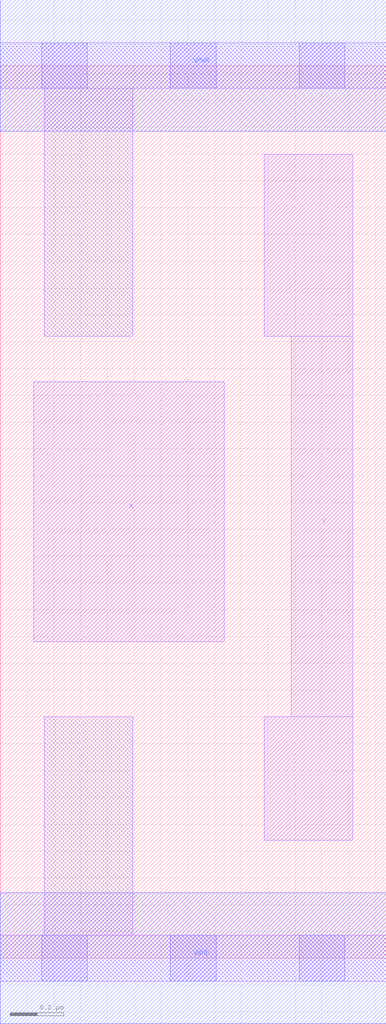
<source format=lef>
# Copyright 2020 The SkyWater PDK Authors
#
# Licensed under the Apache License, Version 2.0 (the "License");
# you may not use this file except in compliance with the License.
# You may obtain a copy of the License at
#
#     https://www.apache.org/licenses/LICENSE-2.0
#
# Unless required by applicable law or agreed to in writing, software
# distributed under the License is distributed on an "AS IS" BASIS,
# WITHOUT WARRANTIES OR CONDITIONS OF ANY KIND, either express or implied.
# See the License for the specific language governing permissions and
# limitations under the License.
#
# SPDX-License-Identifier: Apache-2.0

VERSION 5.7 ;
  NOWIREEXTENSIONATPIN ON ;
  DIVIDERCHAR "/" ;
  BUSBITCHARS "[]" ;
UNITS
  DATABASE MICRONS 200 ;
END UNITS
MACRO sky130_fd_sc_lp__invlp_0
  CLASS CORE ;
  FOREIGN sky130_fd_sc_lp__invlp_0 ;
  ORIGIN  0.000000  0.000000 ;
  SIZE  1.440000 BY  3.330000 ;
  SYMMETRY X Y R90 ;
  SITE unit ;
  PIN A
    ANTENNAGATEAREA  0.318000 ;
    DIRECTION INPUT ;
    USE SIGNAL ;
    PORT
      LAYER li1 ;
        RECT 0.125000 1.180000 0.835000 2.150000 ;
    END
  END A
  PIN Y
    ANTENNADIFFAREA  0.302100 ;
    DIRECTION OUTPUT ;
    USE SIGNAL ;
    PORT
      LAYER li1 ;
        RECT 0.985000 0.440000 1.315000 0.900000 ;
        RECT 0.985000 2.320000 1.315000 3.000000 ;
        RECT 1.085000 0.900000 1.315000 2.320000 ;
    END
  END Y
  PIN VGND
    DIRECTION INOUT ;
    USE GROUND ;
    PORT
      LAYER met1 ;
        RECT 0.000000 -0.245000 1.440000 0.245000 ;
    END
  END VGND
  PIN VPWR
    DIRECTION INOUT ;
    USE POWER ;
    PORT
      LAYER met1 ;
        RECT 0.000000 3.085000 1.440000 3.575000 ;
    END
  END VPWR
  OBS
    LAYER li1 ;
      RECT 0.000000 -0.085000 1.440000 0.085000 ;
      RECT 0.000000  3.245000 1.440000 3.415000 ;
      RECT 0.165000  0.085000 0.495000 0.900000 ;
      RECT 0.165000  2.320000 0.495000 3.245000 ;
    LAYER mcon ;
      RECT 0.155000 -0.085000 0.325000 0.085000 ;
      RECT 0.155000  3.245000 0.325000 3.415000 ;
      RECT 0.635000 -0.085000 0.805000 0.085000 ;
      RECT 0.635000  3.245000 0.805000 3.415000 ;
      RECT 1.115000 -0.085000 1.285000 0.085000 ;
      RECT 1.115000  3.245000 1.285000 3.415000 ;
  END
END sky130_fd_sc_lp__invlp_0
END LIBRARY

</source>
